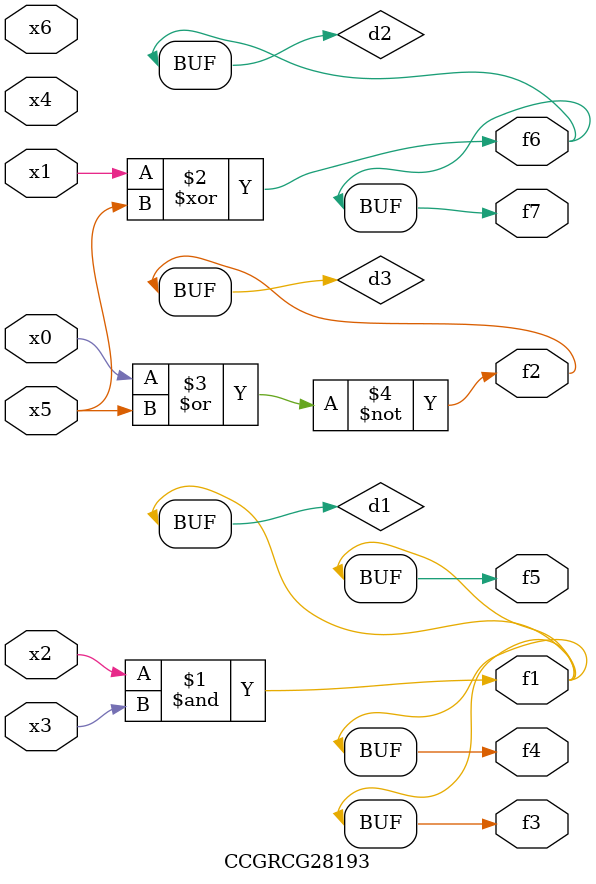
<source format=v>
module CCGRCG28193(
	input x0, x1, x2, x3, x4, x5, x6,
	output f1, f2, f3, f4, f5, f6, f7
);

	wire d1, d2, d3;

	and (d1, x2, x3);
	xor (d2, x1, x5);
	nor (d3, x0, x5);
	assign f1 = d1;
	assign f2 = d3;
	assign f3 = d1;
	assign f4 = d1;
	assign f5 = d1;
	assign f6 = d2;
	assign f7 = d2;
endmodule

</source>
